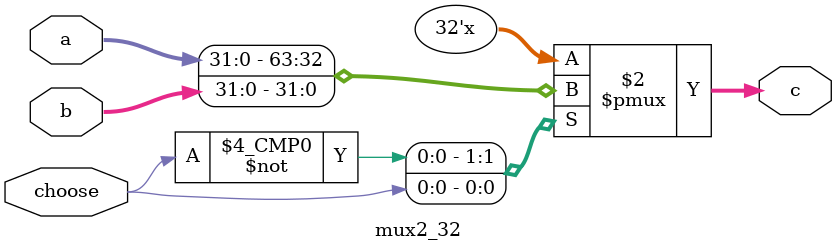
<source format=v>
`timescale 1ns / 1ps
module mux_pc(
    input [31:0] pc4,
    input [31:0] rs,
    input [31:0] ext18,
    input [31:0] II,
    input [31:0] epc,
    input [7:0] mux,
    output reg [31:0] out
);
    parameter mux_pc_NPC=8'd0,mux_pc_Rs=8'd1,mux_pc_EXT18=8'd2,mux_pc_II=8'd3,mux_pc_EPC=8'd4;
    always@(*)
    begin
        case(mux)
        mux_pc_NPC:out<=pc4;
        mux_pc_Rs:out<=rs;
        mux_pc_EXT18:out<=ext18;
        mux_pc_II:out<=II;
        mux_pc_EPC:out<=epc;
        endcase
    end
endmodule
module mux_rf(
    input [31:0] alu,
    input [31:0] ext1,
    input [31:0] pc,
    input [31:0] clz,
    input [31:0] hi,
    input [31:0] lo,
    input [31:0] cpr,
    input [31:0] mul,
    input [31:0] clo,
    input [7:0] mux,
    output reg [31:0] out
);
    parameter mux_rf_ALU=8'd0,mux_rf_EXT1=8'd1,mux_rf_PC=8'd2,mux_rf_CLZ=8'd3,mux_rf_HI=8'd4,mux_rf_LO=8'd5,mux_rf_CPR=8'd6,mux_rf_MUL=8'd7,mux_rf_CLO=8'd8,mux_rf_O=8'd9,mux_rf_Z=8'd10;
    always@(*)
    begin
        case(mux)
        mux_rf_ALU:out<=alu;
        mux_rf_EXT1:out<=ext1;
        mux_rf_PC:out<=pc;
        mux_rf_CLZ:out<=clz;
        mux_rf_HI:out<=hi;
        mux_rf_LO:out<=lo;
        mux_rf_CPR:out<=cpr;
        mux_rf_MUL:out<=mul;
        mux_rf_CLO:out<=clo;
        mux_rf_O:out<=32'b1;
        mux_rf_Z:out<=32'b0;
        endcase
    end
endmodule
module mux_alu(
    input [31:0] rs,
    input [31:0] rt,
    input [31:0] ext5,
    input [31:0] ext16,
    input [31:0] pc,
    input [7:0] mux,
    output reg [31:0] a,
    output reg [31:0] b
);
    parameter mux_alu_Rs_Rt=8'd0,mux_alu_ext5_Rt=8'd1,mux_alu_Rs_EXT16=8'd2,mux_alu_x_EXT16=8'd3,mux_alu_Rs_0=8'd4;
    always@(*)
    begin
        case(mux)
        mux_alu_Rs_Rt:begin a<=rs;b<=rt;end
        mux_alu_ext5_Rt:begin a<=ext5;b<=rt;end
        mux_alu_Rs_EXT16:begin a<=rs;b<=ext16;end
        mux_alu_x_EXT16:begin a<=32'hxxxxxxxx;b<=ext16;end
        mux_alu_Rs_0:begin a<=rs;b<=32'b0;end
        endcase
    end
endmodule

module mux_hi(
    input [31:0] rs,
    input [31:0] div,
    input [31:0] divu,
    input [31:0] mult,
    input [31:0] multu,
    input [7:0] mux,
    output reg [31:0] out
);
    parameter mux_hi_Rs=8'd0,mux_hi_DIV=8'd1,mux_hi_DIVU=8'd2,mux_hi_MULT=8'd3,mux_hi_MULTU=8'd4;
    always@(*)
    begin
        case(mux)
        mux_hi_Rs:out<=rs;
        mux_hi_DIV:out<=div;
        mux_hi_DIVU:out<=divu;
        mux_hi_MULT:out<=mult;
        mux_hi_MULTU:out<=multu;
        endcase
    end
endmodule

module mux_lo(
    input [31:0] rs,
    input [31:0] div,
    input [31:0] divu,
    input [31:0] mult,
    input [31:0] multu,
    input [7:0] mux,
    output reg [31:0] out
);
    parameter mux_lo_Rs=8'd0,mux_lo_DIV=8'd1,mux_lo_DIVU=8'd2,mux_lo_MULT=8'd3,mux_lo_MULTU=8'd4;
    always@(*)
    begin
        case(mux)
        mux_lo_Rs:out<=rs;
        mux_lo_DIV:out<=div;
        mux_lo_DIVU:out<=divu;
        mux_lo_MULT:out<=mult;
        mux_lo_MULTU:out<=multu;
        endcase
    end
endmodule

module mux2_32(
    input [31:0] a,
    input [31:0] b,
    input choose,
    output reg [31:0] c
    );
    always @(*)
    begin
    case(choose)
        0:c <= a;
        1:c <= b;
        default:c <= 32'bz;
   endcase
   end
endmodule
</source>
